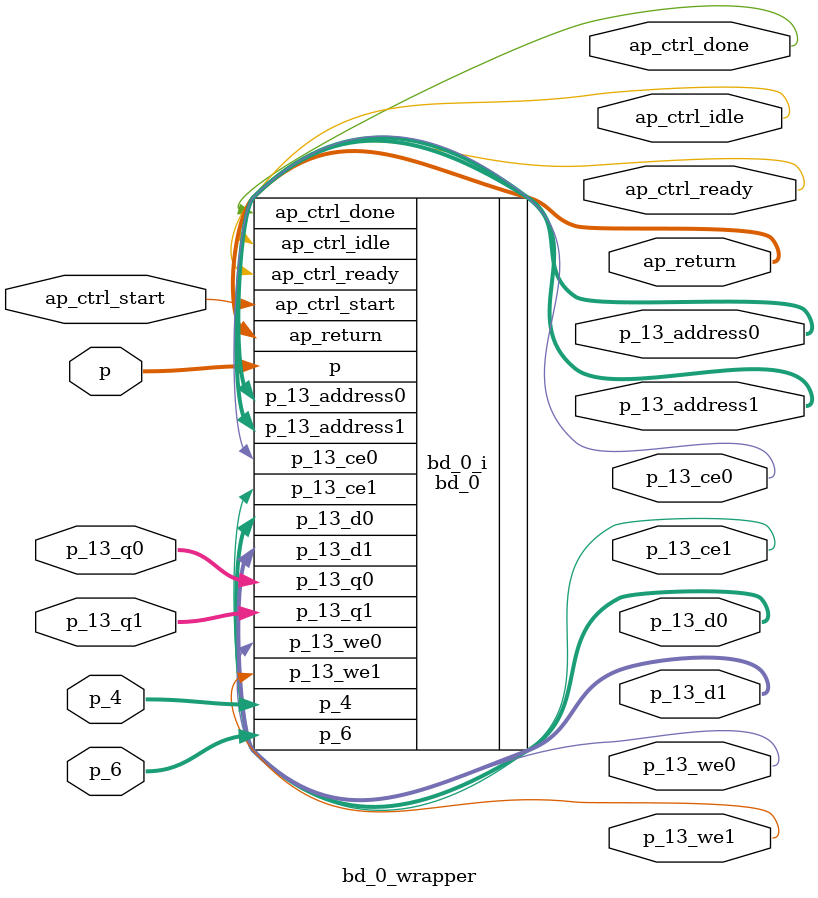
<source format=v>
`timescale 1 ps / 1 ps

module bd_0_wrapper
   (ap_ctrl_done,
    ap_ctrl_idle,
    ap_ctrl_ready,
    ap_ctrl_start,
    ap_return,
    p,
    p_13_address0,
    p_13_address1,
    p_13_ce0,
    p_13_ce1,
    p_13_d0,
    p_13_d1,
    p_13_q0,
    p_13_q1,
    p_13_we0,
    p_13_we1,
    p_4,
    p_6);
  output ap_ctrl_done;
  output ap_ctrl_idle;
  output ap_ctrl_ready;
  input ap_ctrl_start;
  output [63:0]ap_return;
  input [63:0]p;
  output [2:0]p_13_address0;
  output [2:0]p_13_address1;
  output p_13_ce0;
  output p_13_ce1;
  output [63:0]p_13_d0;
  output [63:0]p_13_d1;
  input [63:0]p_13_q0;
  input [63:0]p_13_q1;
  output p_13_we0;
  output p_13_we1;
  input [63:0]p_4;
  input [63:0]p_6;

  wire ap_ctrl_done;
  wire ap_ctrl_idle;
  wire ap_ctrl_ready;
  wire ap_ctrl_start;
  wire [63:0]ap_return;
  wire [63:0]p;
  wire [2:0]p_13_address0;
  wire [2:0]p_13_address1;
  wire p_13_ce0;
  wire p_13_ce1;
  wire [63:0]p_13_d0;
  wire [63:0]p_13_d1;
  wire [63:0]p_13_q0;
  wire [63:0]p_13_q1;
  wire p_13_we0;
  wire p_13_we1;
  wire [63:0]p_4;
  wire [63:0]p_6;

  bd_0 bd_0_i
       (.ap_ctrl_done(ap_ctrl_done),
        .ap_ctrl_idle(ap_ctrl_idle),
        .ap_ctrl_ready(ap_ctrl_ready),
        .ap_ctrl_start(ap_ctrl_start),
        .ap_return(ap_return),
        .p(p),
        .p_13_address0(p_13_address0),
        .p_13_address1(p_13_address1),
        .p_13_ce0(p_13_ce0),
        .p_13_ce1(p_13_ce1),
        .p_13_d0(p_13_d0),
        .p_13_d1(p_13_d1),
        .p_13_q0(p_13_q0),
        .p_13_q1(p_13_q1),
        .p_13_we0(p_13_we0),
        .p_13_we1(p_13_we1),
        .p_4(p_4),
        .p_6(p_6));
endmodule

</source>
